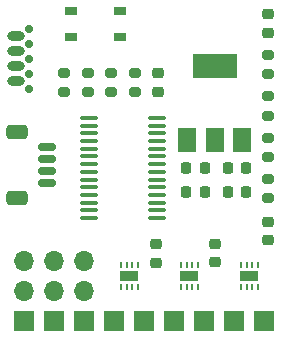
<source format=gbr>
%TF.GenerationSoftware,KiCad,Pcbnew,(6.0.8)*%
%TF.CreationDate,2023-03-28T19:59:18+01:00*%
%TF.ProjectId,m-link-plus,6d2d6c69-6e6b-42d7-906c-75732e6b6963,rev?*%
%TF.SameCoordinates,Original*%
%TF.FileFunction,Soldermask,Top*%
%TF.FilePolarity,Negative*%
%FSLAX46Y46*%
G04 Gerber Fmt 4.6, Leading zero omitted, Abs format (unit mm)*
G04 Created by KiCad (PCBNEW (6.0.8)) date 2023-03-28 19:59:18*
%MOMM*%
%LPD*%
G01*
G04 APERTURE LIST*
G04 Aperture macros list*
%AMRoundRect*
0 Rectangle with rounded corners*
0 $1 Rounding radius*
0 $2 $3 $4 $5 $6 $7 $8 $9 X,Y pos of 4 corners*
0 Add a 4 corners polygon primitive as box body*
4,1,4,$2,$3,$4,$5,$6,$7,$8,$9,$2,$3,0*
0 Add four circle primitives for the rounded corners*
1,1,$1+$1,$2,$3*
1,1,$1+$1,$4,$5*
1,1,$1+$1,$6,$7*
1,1,$1+$1,$8,$9*
0 Add four rect primitives between the rounded corners*
20,1,$1+$1,$2,$3,$4,$5,0*
20,1,$1+$1,$4,$5,$6,$7,0*
20,1,$1+$1,$6,$7,$8,$9,0*
20,1,$1+$1,$8,$9,$2,$3,0*%
G04 Aperture macros list end*
%ADD10RoundRect,0.225000X0.250000X-0.225000X0.250000X0.225000X-0.250000X0.225000X-0.250000X-0.225000X0*%
%ADD11RoundRect,0.200000X0.275000X-0.200000X0.275000X0.200000X-0.275000X0.200000X-0.275000X-0.200000X0*%
%ADD12R,0.250000X0.500000*%
%ADD13R,1.600000X0.900000*%
%ADD14R,1.500000X2.000000*%
%ADD15R,3.800000X2.000000*%
%ADD16RoundRect,0.218750X-0.256250X0.218750X-0.256250X-0.218750X0.256250X-0.218750X0.256250X0.218750X0*%
%ADD17R,1.050000X0.650000*%
%ADD18RoundRect,0.225000X-0.225000X-0.250000X0.225000X-0.250000X0.225000X0.250000X-0.225000X0.250000X0*%
%ADD19RoundRect,0.225000X-0.250000X0.225000X-0.250000X-0.225000X0.250000X-0.225000X0.250000X0.225000X0*%
%ADD20O,1.700000X1.700000*%
%ADD21R,1.700000X1.700000*%
%ADD22RoundRect,0.225000X0.225000X0.250000X-0.225000X0.250000X-0.225000X-0.250000X0.225000X-0.250000X0*%
%ADD23RoundRect,0.100000X-0.637500X-0.100000X0.637500X-0.100000X0.637500X0.100000X-0.637500X0.100000X0*%
%ADD24RoundRect,0.200000X-0.275000X0.200000X-0.275000X-0.200000X0.275000X-0.200000X0.275000X0.200000X0*%
%ADD25RoundRect,0.150000X0.625000X-0.150000X0.625000X0.150000X-0.625000X0.150000X-0.625000X-0.150000X0*%
%ADD26RoundRect,0.250000X0.650000X-0.350000X0.650000X0.350000X-0.650000X0.350000X-0.650000X-0.350000X0*%
%ADD27C,0.700000*%
%ADD28O,1.500000X0.800000*%
G04 APERTURE END LIST*
D10*
%TO.C,C10*%
X92250000Y-77775000D03*
X92250000Y-76225000D03*
%TD*%
D11*
%TO.C,R1*%
X101500000Y-83325000D03*
X101500000Y-81675000D03*
%TD*%
D12*
%TO.C,U3*%
X94125000Y-94334000D03*
X94625000Y-94334000D03*
X95125000Y-94334000D03*
X95625000Y-94334000D03*
X95625000Y-92434000D03*
X95125000Y-92434000D03*
X94625000Y-92434000D03*
X94125000Y-92434000D03*
D13*
X94875000Y-93384000D03*
%TD*%
D14*
%TO.C,U1*%
X94700000Y-81900000D03*
X97000000Y-81900000D03*
D15*
X97000000Y-75600000D03*
D14*
X99300000Y-81900000D03*
%TD*%
D16*
%TO.C,D1*%
X101500000Y-71212500D03*
X101500000Y-72787500D03*
%TD*%
D17*
%TO.C,SW1*%
X84850000Y-71000000D03*
X89000000Y-71000000D03*
X89000000Y-73150000D03*
X84850000Y-73150000D03*
%TD*%
D12*
%TO.C,U6*%
X99205000Y-94334000D03*
X99705000Y-94334000D03*
X100205000Y-94334000D03*
X100705000Y-94334000D03*
X100705000Y-92434000D03*
X100205000Y-92434000D03*
X99705000Y-92434000D03*
X99205000Y-92434000D03*
D13*
X99955000Y-93384000D03*
%TD*%
D18*
%TO.C,C1*%
X98100000Y-86250000D03*
X99650000Y-86250000D03*
%TD*%
%TO.C,C3*%
X98100000Y-84250000D03*
X99650000Y-84250000D03*
%TD*%
D19*
%TO.C,C7*%
X101500000Y-88825000D03*
X101500000Y-90375000D03*
%TD*%
D12*
%TO.C,U2*%
X89045000Y-94334000D03*
X89545000Y-94334000D03*
X90045000Y-94334000D03*
X90545000Y-94334000D03*
X90545000Y-92434000D03*
X90045000Y-92434000D03*
X89545000Y-92434000D03*
X89045000Y-92434000D03*
D13*
X89795000Y-93384000D03*
%TD*%
D20*
%TO.C,J3*%
X80905000Y-92114000D03*
X80905000Y-94654000D03*
D21*
X80905000Y-97194000D03*
D20*
X83445000Y-92114000D03*
X83445000Y-94654000D03*
D21*
X83445000Y-97194000D03*
D20*
X85985000Y-92114000D03*
X85985000Y-94654000D03*
D21*
X85985000Y-97194000D03*
X88525000Y-97194000D03*
X91065000Y-97194000D03*
X93605000Y-97194000D03*
X96145000Y-97194000D03*
X98685000Y-97194000D03*
X101225000Y-97194000D03*
%TD*%
D22*
%TO.C,C4*%
X96150000Y-86250000D03*
X94600000Y-86250000D03*
%TD*%
D23*
%TO.C,U5*%
X86387500Y-80025000D03*
X86387500Y-80675000D03*
X86387500Y-81325000D03*
X86387500Y-81975000D03*
X86387500Y-82625000D03*
X86387500Y-83275000D03*
X86387500Y-83925000D03*
X86387500Y-84575000D03*
X86387500Y-85225000D03*
X86387500Y-85875000D03*
X86387500Y-86525000D03*
X86387500Y-87175000D03*
X86387500Y-87825000D03*
X86387500Y-88475000D03*
X92112500Y-88475000D03*
X92112500Y-87825000D03*
X92112500Y-87175000D03*
X92112500Y-86525000D03*
X92112500Y-85875000D03*
X92112500Y-85225000D03*
X92112500Y-84575000D03*
X92112500Y-83925000D03*
X92112500Y-83275000D03*
X92112500Y-82625000D03*
X92112500Y-81975000D03*
X92112500Y-81325000D03*
X92112500Y-80675000D03*
X92112500Y-80025000D03*
%TD*%
D11*
%TO.C,R10*%
X101500000Y-76325000D03*
X101500000Y-74675000D03*
%TD*%
D24*
%TO.C,R4*%
X84250000Y-76175000D03*
X84250000Y-77825000D03*
%TD*%
D11*
%TO.C,R3*%
X90250000Y-77825000D03*
X90250000Y-76175000D03*
%TD*%
D19*
%TO.C,C5*%
X97000000Y-90700000D03*
X97000000Y-92250000D03*
%TD*%
D25*
%TO.C,J5*%
X82825000Y-85500000D03*
X82825000Y-84500000D03*
X82825000Y-83500000D03*
X82825000Y-82500000D03*
D26*
X80300000Y-86800000D03*
X80300000Y-81200000D03*
%TD*%
D22*
%TO.C,C2*%
X96150000Y-84250000D03*
X94600000Y-84250000D03*
%TD*%
D19*
%TO.C,C6*%
X92000000Y-90725000D03*
X92000000Y-92275000D03*
%TD*%
D11*
%TO.C,R11*%
X101500000Y-86825000D03*
X101500000Y-85175000D03*
%TD*%
%TO.C,R2*%
X101500000Y-79825000D03*
X101500000Y-78175000D03*
%TD*%
%TO.C,R6*%
X86250000Y-77825000D03*
X86250000Y-76175000D03*
%TD*%
%TO.C,R5*%
X88250000Y-77825000D03*
X88250000Y-76175000D03*
%TD*%
D27*
%TO.C,J4*%
X81305000Y-72460000D03*
X81305000Y-73730000D03*
X81305000Y-75000000D03*
X81305000Y-76270000D03*
X81305000Y-77540000D03*
D28*
X80150000Y-76905000D03*
X80150000Y-75635000D03*
X80150000Y-74365000D03*
X80150000Y-73095000D03*
%TD*%
M02*

</source>
